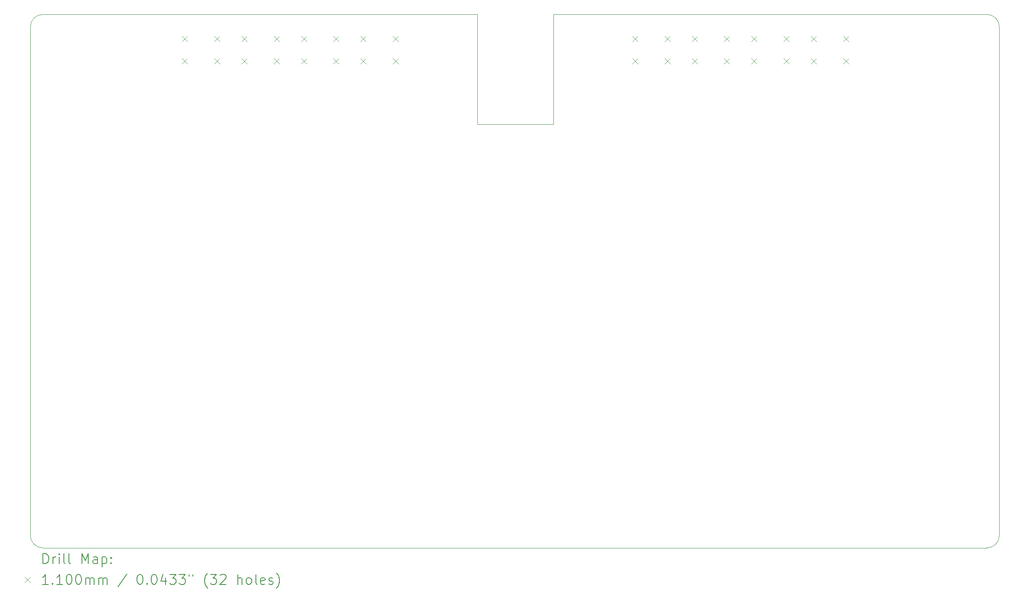
<source format=gbr>
%TF.GenerationSoftware,KiCad,Pcbnew,9.0.2-rc1*%
%TF.CreationDate,2025-07-21T22:58:39+09:00*%
%TF.ProjectId,MAXCON-zero,4d415843-4f4e-42d7-9a65-726f2e6b6963,rev?*%
%TF.SameCoordinates,Original*%
%TF.FileFunction,Drillmap*%
%TF.FilePolarity,Positive*%
%FSLAX45Y45*%
G04 Gerber Fmt 4.5, Leading zero omitted, Abs format (unit mm)*
G04 Created by KiCad (PCBNEW 9.0.2-rc1) date 2025-07-21 22:58:39*
%MOMM*%
%LPD*%
G01*
G04 APERTURE LIST*
%ADD10C,0.100000*%
%ADD11C,0.200000*%
%ADD12C,0.110000*%
G04 APERTURE END LIST*
D10*
X3917353Y-3434100D02*
X12672353Y-3434860D01*
X3667353Y-3684100D02*
X3667353Y-13939100D01*
X23192353Y-13939100D02*
G75*
G02*
X22942353Y-14189103I-250003J0D01*
G01*
X14207452Y-3434860D02*
X14207452Y-5649100D01*
X22942353Y-14189100D02*
X3917353Y-14189100D01*
X3667350Y-3684100D02*
G75*
G02*
X3917353Y-3434100I250000J0D01*
G01*
X12672353Y-3434860D02*
X12672353Y-5649100D01*
X22942353Y-3434100D02*
X14207452Y-3434860D01*
X23192353Y-13939100D02*
X23192353Y-3684100D01*
X22942353Y-3434100D02*
G75*
G02*
X23192350Y-3684100I-3J-250000D01*
G01*
X3917353Y-14189100D02*
G75*
G02*
X3667350Y-13939100I-3J250000D01*
G01*
X12672353Y-5649100D02*
X14207452Y-5649100D01*
D11*
D12*
X6722008Y-3874282D02*
X6832008Y-3984282D01*
X6832008Y-3874282D02*
X6722008Y-3984282D01*
X6722009Y-4324282D02*
X6832009Y-4434282D01*
X6832009Y-4324282D02*
X6722009Y-4434282D01*
X7372009Y-3874282D02*
X7482009Y-3984282D01*
X7482009Y-3874282D02*
X7372009Y-3984282D01*
X7372009Y-4324282D02*
X7482009Y-4434282D01*
X7482009Y-4324282D02*
X7372009Y-4434282D01*
X7922009Y-3874282D02*
X8032009Y-3984282D01*
X8032009Y-3874282D02*
X7922009Y-3984282D01*
X7922009Y-4324282D02*
X8032009Y-4434282D01*
X8032009Y-4324282D02*
X7922009Y-4434282D01*
X8572009Y-3874282D02*
X8682009Y-3984282D01*
X8682009Y-3874282D02*
X8572009Y-3984282D01*
X8572009Y-4324282D02*
X8682009Y-4434282D01*
X8682009Y-4324282D02*
X8572009Y-4434282D01*
X9122009Y-3874282D02*
X9232009Y-3984282D01*
X9232009Y-3874282D02*
X9122009Y-3984282D01*
X9122009Y-4324282D02*
X9232009Y-4434282D01*
X9232009Y-4324282D02*
X9122009Y-4434282D01*
X9772009Y-3874282D02*
X9882009Y-3984282D01*
X9882009Y-3874282D02*
X9772009Y-3984282D01*
X9772009Y-4324282D02*
X9882009Y-4434282D01*
X9882009Y-4324282D02*
X9772009Y-4434282D01*
X10322009Y-3874282D02*
X10432009Y-3984282D01*
X10432009Y-3874282D02*
X10322009Y-3984282D01*
X10322009Y-4324282D02*
X10432009Y-4434282D01*
X10432009Y-4324282D02*
X10322009Y-4434282D01*
X10972009Y-3874282D02*
X11082009Y-3984282D01*
X11082009Y-3874282D02*
X10972009Y-3984282D01*
X10972009Y-4324282D02*
X11082009Y-4434282D01*
X11082009Y-4324282D02*
X10972009Y-4434282D01*
X15797268Y-3874282D02*
X15907268Y-3984282D01*
X15907268Y-3874282D02*
X15797268Y-3984282D01*
X15797268Y-4324282D02*
X15907268Y-4434282D01*
X15907268Y-4324282D02*
X15797268Y-4434282D01*
X16447268Y-3874282D02*
X16557268Y-3984282D01*
X16557268Y-3874282D02*
X16447268Y-3984282D01*
X16447268Y-4324282D02*
X16557268Y-4434282D01*
X16557268Y-4324282D02*
X16447268Y-4434282D01*
X16997268Y-3874282D02*
X17107268Y-3984282D01*
X17107268Y-3874282D02*
X16997268Y-3984282D01*
X16997268Y-4324282D02*
X17107268Y-4434282D01*
X17107268Y-4324282D02*
X16997268Y-4434282D01*
X17647268Y-3874282D02*
X17757268Y-3984282D01*
X17757268Y-3874282D02*
X17647268Y-3984282D01*
X17647268Y-4324282D02*
X17757268Y-4434282D01*
X17757268Y-4324282D02*
X17647268Y-4434282D01*
X18197268Y-3874282D02*
X18307268Y-3984282D01*
X18307268Y-3874282D02*
X18197268Y-3984282D01*
X18197268Y-4324282D02*
X18307268Y-4434282D01*
X18307268Y-4324282D02*
X18197268Y-4434282D01*
X18847268Y-3874282D02*
X18957268Y-3984282D01*
X18957268Y-3874282D02*
X18847268Y-3984282D01*
X18847268Y-4324282D02*
X18957268Y-4434282D01*
X18957268Y-4324282D02*
X18847268Y-4434282D01*
X19399553Y-3874282D02*
X19509553Y-3984282D01*
X19509553Y-3874282D02*
X19399553Y-3984282D01*
X19399553Y-4324282D02*
X19509553Y-4434282D01*
X19509553Y-4324282D02*
X19399553Y-4434282D01*
X20049553Y-3874282D02*
X20159553Y-3984282D01*
X20159553Y-3874282D02*
X20049553Y-3984282D01*
X20049553Y-4324282D02*
X20159553Y-4434282D01*
X20159553Y-4324282D02*
X20049553Y-4434282D01*
D11*
X3923126Y-14505587D02*
X3923126Y-14305587D01*
X3923126Y-14305587D02*
X3970745Y-14305587D01*
X3970745Y-14305587D02*
X3999317Y-14315110D01*
X3999317Y-14315110D02*
X4018365Y-14334158D01*
X4018365Y-14334158D02*
X4027888Y-14353206D01*
X4027888Y-14353206D02*
X4037412Y-14391301D01*
X4037412Y-14391301D02*
X4037412Y-14419872D01*
X4037412Y-14419872D02*
X4027888Y-14457968D01*
X4027888Y-14457968D02*
X4018365Y-14477015D01*
X4018365Y-14477015D02*
X3999317Y-14496063D01*
X3999317Y-14496063D02*
X3970745Y-14505587D01*
X3970745Y-14505587D02*
X3923126Y-14505587D01*
X4123126Y-14505587D02*
X4123126Y-14372253D01*
X4123126Y-14410349D02*
X4132650Y-14391301D01*
X4132650Y-14391301D02*
X4142174Y-14381777D01*
X4142174Y-14381777D02*
X4161222Y-14372253D01*
X4161222Y-14372253D02*
X4180269Y-14372253D01*
X4246936Y-14505587D02*
X4246936Y-14372253D01*
X4246936Y-14305587D02*
X4237412Y-14315110D01*
X4237412Y-14315110D02*
X4246936Y-14324634D01*
X4246936Y-14324634D02*
X4256460Y-14315110D01*
X4256460Y-14315110D02*
X4246936Y-14305587D01*
X4246936Y-14305587D02*
X4246936Y-14324634D01*
X4370746Y-14505587D02*
X4351698Y-14496063D01*
X4351698Y-14496063D02*
X4342174Y-14477015D01*
X4342174Y-14477015D02*
X4342174Y-14305587D01*
X4475507Y-14505587D02*
X4456460Y-14496063D01*
X4456460Y-14496063D02*
X4446936Y-14477015D01*
X4446936Y-14477015D02*
X4446936Y-14305587D01*
X4704079Y-14505587D02*
X4704079Y-14305587D01*
X4704079Y-14305587D02*
X4770746Y-14448444D01*
X4770746Y-14448444D02*
X4837412Y-14305587D01*
X4837412Y-14305587D02*
X4837412Y-14505587D01*
X5018365Y-14505587D02*
X5018365Y-14400825D01*
X5018365Y-14400825D02*
X5008841Y-14381777D01*
X5008841Y-14381777D02*
X4989793Y-14372253D01*
X4989793Y-14372253D02*
X4951698Y-14372253D01*
X4951698Y-14372253D02*
X4932650Y-14381777D01*
X5018365Y-14496063D02*
X4999317Y-14505587D01*
X4999317Y-14505587D02*
X4951698Y-14505587D01*
X4951698Y-14505587D02*
X4932650Y-14496063D01*
X4932650Y-14496063D02*
X4923127Y-14477015D01*
X4923127Y-14477015D02*
X4923127Y-14457968D01*
X4923127Y-14457968D02*
X4932650Y-14438920D01*
X4932650Y-14438920D02*
X4951698Y-14429396D01*
X4951698Y-14429396D02*
X4999317Y-14429396D01*
X4999317Y-14429396D02*
X5018365Y-14419872D01*
X5113603Y-14372253D02*
X5113603Y-14572253D01*
X5113603Y-14381777D02*
X5132650Y-14372253D01*
X5132650Y-14372253D02*
X5170746Y-14372253D01*
X5170746Y-14372253D02*
X5189793Y-14381777D01*
X5189793Y-14381777D02*
X5199317Y-14391301D01*
X5199317Y-14391301D02*
X5208841Y-14410349D01*
X5208841Y-14410349D02*
X5208841Y-14467491D01*
X5208841Y-14467491D02*
X5199317Y-14486539D01*
X5199317Y-14486539D02*
X5189793Y-14496063D01*
X5189793Y-14496063D02*
X5170746Y-14505587D01*
X5170746Y-14505587D02*
X5132650Y-14505587D01*
X5132650Y-14505587D02*
X5113603Y-14496063D01*
X5294555Y-14486539D02*
X5304079Y-14496063D01*
X5304079Y-14496063D02*
X5294555Y-14505587D01*
X5294555Y-14505587D02*
X5285031Y-14496063D01*
X5285031Y-14496063D02*
X5294555Y-14486539D01*
X5294555Y-14486539D02*
X5294555Y-14505587D01*
X5294555Y-14381777D02*
X5304079Y-14391301D01*
X5304079Y-14391301D02*
X5294555Y-14400825D01*
X5294555Y-14400825D02*
X5285031Y-14391301D01*
X5285031Y-14391301D02*
X5294555Y-14381777D01*
X5294555Y-14381777D02*
X5294555Y-14400825D01*
D12*
X3552350Y-14779103D02*
X3662350Y-14889103D01*
X3662350Y-14779103D02*
X3552350Y-14889103D01*
D11*
X4027888Y-14925587D02*
X3913603Y-14925587D01*
X3970745Y-14925587D02*
X3970745Y-14725587D01*
X3970745Y-14725587D02*
X3951698Y-14754158D01*
X3951698Y-14754158D02*
X3932650Y-14773206D01*
X3932650Y-14773206D02*
X3913603Y-14782729D01*
X4113603Y-14906539D02*
X4123126Y-14916063D01*
X4123126Y-14916063D02*
X4113603Y-14925587D01*
X4113603Y-14925587D02*
X4104079Y-14916063D01*
X4104079Y-14916063D02*
X4113603Y-14906539D01*
X4113603Y-14906539D02*
X4113603Y-14925587D01*
X4313603Y-14925587D02*
X4199317Y-14925587D01*
X4256460Y-14925587D02*
X4256460Y-14725587D01*
X4256460Y-14725587D02*
X4237412Y-14754158D01*
X4237412Y-14754158D02*
X4218365Y-14773206D01*
X4218365Y-14773206D02*
X4199317Y-14782729D01*
X4437412Y-14725587D02*
X4456460Y-14725587D01*
X4456460Y-14725587D02*
X4475508Y-14735110D01*
X4475508Y-14735110D02*
X4485031Y-14744634D01*
X4485031Y-14744634D02*
X4494555Y-14763682D01*
X4494555Y-14763682D02*
X4504079Y-14801777D01*
X4504079Y-14801777D02*
X4504079Y-14849396D01*
X4504079Y-14849396D02*
X4494555Y-14887491D01*
X4494555Y-14887491D02*
X4485031Y-14906539D01*
X4485031Y-14906539D02*
X4475508Y-14916063D01*
X4475508Y-14916063D02*
X4456460Y-14925587D01*
X4456460Y-14925587D02*
X4437412Y-14925587D01*
X4437412Y-14925587D02*
X4418365Y-14916063D01*
X4418365Y-14916063D02*
X4408841Y-14906539D01*
X4408841Y-14906539D02*
X4399317Y-14887491D01*
X4399317Y-14887491D02*
X4389793Y-14849396D01*
X4389793Y-14849396D02*
X4389793Y-14801777D01*
X4389793Y-14801777D02*
X4399317Y-14763682D01*
X4399317Y-14763682D02*
X4408841Y-14744634D01*
X4408841Y-14744634D02*
X4418365Y-14735110D01*
X4418365Y-14735110D02*
X4437412Y-14725587D01*
X4627888Y-14725587D02*
X4646936Y-14725587D01*
X4646936Y-14725587D02*
X4665984Y-14735110D01*
X4665984Y-14735110D02*
X4675508Y-14744634D01*
X4675508Y-14744634D02*
X4685031Y-14763682D01*
X4685031Y-14763682D02*
X4694555Y-14801777D01*
X4694555Y-14801777D02*
X4694555Y-14849396D01*
X4694555Y-14849396D02*
X4685031Y-14887491D01*
X4685031Y-14887491D02*
X4675508Y-14906539D01*
X4675508Y-14906539D02*
X4665984Y-14916063D01*
X4665984Y-14916063D02*
X4646936Y-14925587D01*
X4646936Y-14925587D02*
X4627888Y-14925587D01*
X4627888Y-14925587D02*
X4608841Y-14916063D01*
X4608841Y-14916063D02*
X4599317Y-14906539D01*
X4599317Y-14906539D02*
X4589793Y-14887491D01*
X4589793Y-14887491D02*
X4580269Y-14849396D01*
X4580269Y-14849396D02*
X4580269Y-14801777D01*
X4580269Y-14801777D02*
X4589793Y-14763682D01*
X4589793Y-14763682D02*
X4599317Y-14744634D01*
X4599317Y-14744634D02*
X4608841Y-14735110D01*
X4608841Y-14735110D02*
X4627888Y-14725587D01*
X4780269Y-14925587D02*
X4780269Y-14792253D01*
X4780269Y-14811301D02*
X4789793Y-14801777D01*
X4789793Y-14801777D02*
X4808841Y-14792253D01*
X4808841Y-14792253D02*
X4837412Y-14792253D01*
X4837412Y-14792253D02*
X4856460Y-14801777D01*
X4856460Y-14801777D02*
X4865984Y-14820825D01*
X4865984Y-14820825D02*
X4865984Y-14925587D01*
X4865984Y-14820825D02*
X4875508Y-14801777D01*
X4875508Y-14801777D02*
X4894555Y-14792253D01*
X4894555Y-14792253D02*
X4923127Y-14792253D01*
X4923127Y-14792253D02*
X4942174Y-14801777D01*
X4942174Y-14801777D02*
X4951698Y-14820825D01*
X4951698Y-14820825D02*
X4951698Y-14925587D01*
X5046936Y-14925587D02*
X5046936Y-14792253D01*
X5046936Y-14811301D02*
X5056460Y-14801777D01*
X5056460Y-14801777D02*
X5075508Y-14792253D01*
X5075508Y-14792253D02*
X5104079Y-14792253D01*
X5104079Y-14792253D02*
X5123127Y-14801777D01*
X5123127Y-14801777D02*
X5132650Y-14820825D01*
X5132650Y-14820825D02*
X5132650Y-14925587D01*
X5132650Y-14820825D02*
X5142174Y-14801777D01*
X5142174Y-14801777D02*
X5161222Y-14792253D01*
X5161222Y-14792253D02*
X5189793Y-14792253D01*
X5189793Y-14792253D02*
X5208841Y-14801777D01*
X5208841Y-14801777D02*
X5218365Y-14820825D01*
X5218365Y-14820825D02*
X5218365Y-14925587D01*
X5608841Y-14716063D02*
X5437412Y-14973206D01*
X5865984Y-14725587D02*
X5885031Y-14725587D01*
X5885031Y-14725587D02*
X5904079Y-14735110D01*
X5904079Y-14735110D02*
X5913603Y-14744634D01*
X5913603Y-14744634D02*
X5923127Y-14763682D01*
X5923127Y-14763682D02*
X5932650Y-14801777D01*
X5932650Y-14801777D02*
X5932650Y-14849396D01*
X5932650Y-14849396D02*
X5923127Y-14887491D01*
X5923127Y-14887491D02*
X5913603Y-14906539D01*
X5913603Y-14906539D02*
X5904079Y-14916063D01*
X5904079Y-14916063D02*
X5885031Y-14925587D01*
X5885031Y-14925587D02*
X5865984Y-14925587D01*
X5865984Y-14925587D02*
X5846936Y-14916063D01*
X5846936Y-14916063D02*
X5837412Y-14906539D01*
X5837412Y-14906539D02*
X5827889Y-14887491D01*
X5827889Y-14887491D02*
X5818365Y-14849396D01*
X5818365Y-14849396D02*
X5818365Y-14801777D01*
X5818365Y-14801777D02*
X5827889Y-14763682D01*
X5827889Y-14763682D02*
X5837412Y-14744634D01*
X5837412Y-14744634D02*
X5846936Y-14735110D01*
X5846936Y-14735110D02*
X5865984Y-14725587D01*
X6018365Y-14906539D02*
X6027889Y-14916063D01*
X6027889Y-14916063D02*
X6018365Y-14925587D01*
X6018365Y-14925587D02*
X6008841Y-14916063D01*
X6008841Y-14916063D02*
X6018365Y-14906539D01*
X6018365Y-14906539D02*
X6018365Y-14925587D01*
X6151698Y-14725587D02*
X6170746Y-14725587D01*
X6170746Y-14725587D02*
X6189793Y-14735110D01*
X6189793Y-14735110D02*
X6199317Y-14744634D01*
X6199317Y-14744634D02*
X6208841Y-14763682D01*
X6208841Y-14763682D02*
X6218365Y-14801777D01*
X6218365Y-14801777D02*
X6218365Y-14849396D01*
X6218365Y-14849396D02*
X6208841Y-14887491D01*
X6208841Y-14887491D02*
X6199317Y-14906539D01*
X6199317Y-14906539D02*
X6189793Y-14916063D01*
X6189793Y-14916063D02*
X6170746Y-14925587D01*
X6170746Y-14925587D02*
X6151698Y-14925587D01*
X6151698Y-14925587D02*
X6132650Y-14916063D01*
X6132650Y-14916063D02*
X6123127Y-14906539D01*
X6123127Y-14906539D02*
X6113603Y-14887491D01*
X6113603Y-14887491D02*
X6104079Y-14849396D01*
X6104079Y-14849396D02*
X6104079Y-14801777D01*
X6104079Y-14801777D02*
X6113603Y-14763682D01*
X6113603Y-14763682D02*
X6123127Y-14744634D01*
X6123127Y-14744634D02*
X6132650Y-14735110D01*
X6132650Y-14735110D02*
X6151698Y-14725587D01*
X6389793Y-14792253D02*
X6389793Y-14925587D01*
X6342174Y-14716063D02*
X6294555Y-14858920D01*
X6294555Y-14858920D02*
X6418365Y-14858920D01*
X6475508Y-14725587D02*
X6599317Y-14725587D01*
X6599317Y-14725587D02*
X6532650Y-14801777D01*
X6532650Y-14801777D02*
X6561222Y-14801777D01*
X6561222Y-14801777D02*
X6580270Y-14811301D01*
X6580270Y-14811301D02*
X6589793Y-14820825D01*
X6589793Y-14820825D02*
X6599317Y-14839872D01*
X6599317Y-14839872D02*
X6599317Y-14887491D01*
X6599317Y-14887491D02*
X6589793Y-14906539D01*
X6589793Y-14906539D02*
X6580270Y-14916063D01*
X6580270Y-14916063D02*
X6561222Y-14925587D01*
X6561222Y-14925587D02*
X6504079Y-14925587D01*
X6504079Y-14925587D02*
X6485031Y-14916063D01*
X6485031Y-14916063D02*
X6475508Y-14906539D01*
X6665984Y-14725587D02*
X6789793Y-14725587D01*
X6789793Y-14725587D02*
X6723127Y-14801777D01*
X6723127Y-14801777D02*
X6751698Y-14801777D01*
X6751698Y-14801777D02*
X6770746Y-14811301D01*
X6770746Y-14811301D02*
X6780270Y-14820825D01*
X6780270Y-14820825D02*
X6789793Y-14839872D01*
X6789793Y-14839872D02*
X6789793Y-14887491D01*
X6789793Y-14887491D02*
X6780270Y-14906539D01*
X6780270Y-14906539D02*
X6770746Y-14916063D01*
X6770746Y-14916063D02*
X6751698Y-14925587D01*
X6751698Y-14925587D02*
X6694555Y-14925587D01*
X6694555Y-14925587D02*
X6675508Y-14916063D01*
X6675508Y-14916063D02*
X6665984Y-14906539D01*
X6865984Y-14725587D02*
X6865984Y-14763682D01*
X6942174Y-14725587D02*
X6942174Y-14763682D01*
X7237413Y-15001777D02*
X7227889Y-14992253D01*
X7227889Y-14992253D02*
X7208841Y-14963682D01*
X7208841Y-14963682D02*
X7199317Y-14944634D01*
X7199317Y-14944634D02*
X7189793Y-14916063D01*
X7189793Y-14916063D02*
X7180270Y-14868444D01*
X7180270Y-14868444D02*
X7180270Y-14830349D01*
X7180270Y-14830349D02*
X7189793Y-14782729D01*
X7189793Y-14782729D02*
X7199317Y-14754158D01*
X7199317Y-14754158D02*
X7208841Y-14735110D01*
X7208841Y-14735110D02*
X7227889Y-14706539D01*
X7227889Y-14706539D02*
X7237413Y-14697015D01*
X7294555Y-14725587D02*
X7418365Y-14725587D01*
X7418365Y-14725587D02*
X7351698Y-14801777D01*
X7351698Y-14801777D02*
X7380270Y-14801777D01*
X7380270Y-14801777D02*
X7399317Y-14811301D01*
X7399317Y-14811301D02*
X7408841Y-14820825D01*
X7408841Y-14820825D02*
X7418365Y-14839872D01*
X7418365Y-14839872D02*
X7418365Y-14887491D01*
X7418365Y-14887491D02*
X7408841Y-14906539D01*
X7408841Y-14906539D02*
X7399317Y-14916063D01*
X7399317Y-14916063D02*
X7380270Y-14925587D01*
X7380270Y-14925587D02*
X7323127Y-14925587D01*
X7323127Y-14925587D02*
X7304079Y-14916063D01*
X7304079Y-14916063D02*
X7294555Y-14906539D01*
X7494555Y-14744634D02*
X7504079Y-14735110D01*
X7504079Y-14735110D02*
X7523127Y-14725587D01*
X7523127Y-14725587D02*
X7570746Y-14725587D01*
X7570746Y-14725587D02*
X7589793Y-14735110D01*
X7589793Y-14735110D02*
X7599317Y-14744634D01*
X7599317Y-14744634D02*
X7608841Y-14763682D01*
X7608841Y-14763682D02*
X7608841Y-14782729D01*
X7608841Y-14782729D02*
X7599317Y-14811301D01*
X7599317Y-14811301D02*
X7485032Y-14925587D01*
X7485032Y-14925587D02*
X7608841Y-14925587D01*
X7846936Y-14925587D02*
X7846936Y-14725587D01*
X7932651Y-14925587D02*
X7932651Y-14820825D01*
X7932651Y-14820825D02*
X7923127Y-14801777D01*
X7923127Y-14801777D02*
X7904079Y-14792253D01*
X7904079Y-14792253D02*
X7875508Y-14792253D01*
X7875508Y-14792253D02*
X7856460Y-14801777D01*
X7856460Y-14801777D02*
X7846936Y-14811301D01*
X8056460Y-14925587D02*
X8037413Y-14916063D01*
X8037413Y-14916063D02*
X8027889Y-14906539D01*
X8027889Y-14906539D02*
X8018365Y-14887491D01*
X8018365Y-14887491D02*
X8018365Y-14830349D01*
X8018365Y-14830349D02*
X8027889Y-14811301D01*
X8027889Y-14811301D02*
X8037413Y-14801777D01*
X8037413Y-14801777D02*
X8056460Y-14792253D01*
X8056460Y-14792253D02*
X8085032Y-14792253D01*
X8085032Y-14792253D02*
X8104079Y-14801777D01*
X8104079Y-14801777D02*
X8113603Y-14811301D01*
X8113603Y-14811301D02*
X8123127Y-14830349D01*
X8123127Y-14830349D02*
X8123127Y-14887491D01*
X8123127Y-14887491D02*
X8113603Y-14906539D01*
X8113603Y-14906539D02*
X8104079Y-14916063D01*
X8104079Y-14916063D02*
X8085032Y-14925587D01*
X8085032Y-14925587D02*
X8056460Y-14925587D01*
X8237413Y-14925587D02*
X8218365Y-14916063D01*
X8218365Y-14916063D02*
X8208841Y-14897015D01*
X8208841Y-14897015D02*
X8208841Y-14725587D01*
X8389794Y-14916063D02*
X8370746Y-14925587D01*
X8370746Y-14925587D02*
X8332651Y-14925587D01*
X8332651Y-14925587D02*
X8313603Y-14916063D01*
X8313603Y-14916063D02*
X8304079Y-14897015D01*
X8304079Y-14897015D02*
X8304079Y-14820825D01*
X8304079Y-14820825D02*
X8313603Y-14801777D01*
X8313603Y-14801777D02*
X8332651Y-14792253D01*
X8332651Y-14792253D02*
X8370746Y-14792253D01*
X8370746Y-14792253D02*
X8389794Y-14801777D01*
X8389794Y-14801777D02*
X8399317Y-14820825D01*
X8399317Y-14820825D02*
X8399317Y-14839872D01*
X8399317Y-14839872D02*
X8304079Y-14858920D01*
X8475508Y-14916063D02*
X8494556Y-14925587D01*
X8494556Y-14925587D02*
X8532651Y-14925587D01*
X8532651Y-14925587D02*
X8551698Y-14916063D01*
X8551698Y-14916063D02*
X8561222Y-14897015D01*
X8561222Y-14897015D02*
X8561222Y-14887491D01*
X8561222Y-14887491D02*
X8551698Y-14868444D01*
X8551698Y-14868444D02*
X8532651Y-14858920D01*
X8532651Y-14858920D02*
X8504079Y-14858920D01*
X8504079Y-14858920D02*
X8485032Y-14849396D01*
X8485032Y-14849396D02*
X8475508Y-14830349D01*
X8475508Y-14830349D02*
X8475508Y-14820825D01*
X8475508Y-14820825D02*
X8485032Y-14801777D01*
X8485032Y-14801777D02*
X8504079Y-14792253D01*
X8504079Y-14792253D02*
X8532651Y-14792253D01*
X8532651Y-14792253D02*
X8551698Y-14801777D01*
X8627889Y-15001777D02*
X8637413Y-14992253D01*
X8637413Y-14992253D02*
X8656460Y-14963682D01*
X8656460Y-14963682D02*
X8665984Y-14944634D01*
X8665984Y-14944634D02*
X8675508Y-14916063D01*
X8675508Y-14916063D02*
X8685032Y-14868444D01*
X8685032Y-14868444D02*
X8685032Y-14830349D01*
X8685032Y-14830349D02*
X8675508Y-14782729D01*
X8675508Y-14782729D02*
X8665984Y-14754158D01*
X8665984Y-14754158D02*
X8656460Y-14735110D01*
X8656460Y-14735110D02*
X8637413Y-14706539D01*
X8637413Y-14706539D02*
X8627889Y-14697015D01*
M02*

</source>
